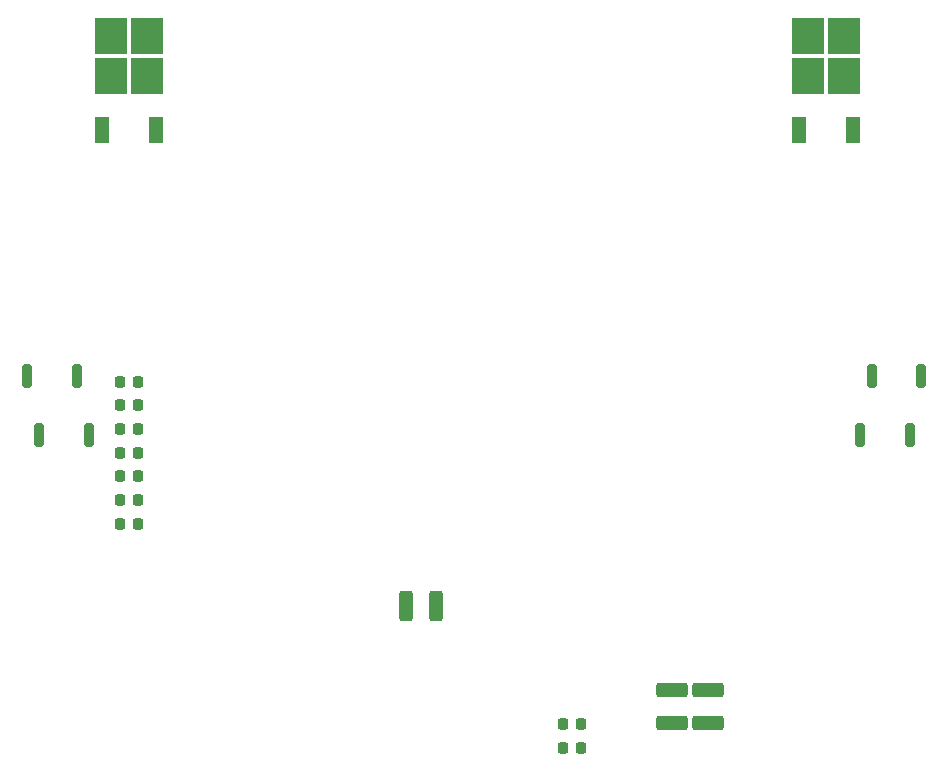
<source format=gbr>
%TF.GenerationSoftware,KiCad,Pcbnew,8.0.6*%
%TF.CreationDate,2024-11-17T22:54:00+09:00*%
%TF.ProjectId,ORION_boost_v5,4f52494f-4e5f-4626-9f6f-73745f76352e,rev?*%
%TF.SameCoordinates,Original*%
%TF.FileFunction,Paste,Top*%
%TF.FilePolarity,Positive*%
%FSLAX46Y46*%
G04 Gerber Fmt 4.6, Leading zero omitted, Abs format (unit mm)*
G04 Created by KiCad (PCBNEW 8.0.6) date 2024-11-17 22:54:00*
%MOMM*%
%LPD*%
G01*
G04 APERTURE LIST*
G04 Aperture macros list*
%AMRoundRect*
0 Rectangle with rounded corners*
0 $1 Rounding radius*
0 $2 $3 $4 $5 $6 $7 $8 $9 X,Y pos of 4 corners*
0 Add a 4 corners polygon primitive as box body*
4,1,4,$2,$3,$4,$5,$6,$7,$8,$9,$2,$3,0*
0 Add four circle primitives for the rounded corners*
1,1,$1+$1,$2,$3*
1,1,$1+$1,$4,$5*
1,1,$1+$1,$6,$7*
1,1,$1+$1,$8,$9*
0 Add four rect primitives between the rounded corners*
20,1,$1+$1,$2,$3,$4,$5,0*
20,1,$1+$1,$4,$5,$6,$7,0*
20,1,$1+$1,$6,$7,$8,$9,0*
20,1,$1+$1,$8,$9,$2,$3,0*%
G04 Aperture macros list end*
%ADD10RoundRect,0.218750X0.218750X0.256250X-0.218750X0.256250X-0.218750X-0.256250X0.218750X-0.256250X0*%
%ADD11RoundRect,0.300000X0.300000X-1.000000X0.300000X1.000000X-0.300000X1.000000X-0.300000X-1.000000X0*%
%ADD12RoundRect,0.218750X-0.218750X-0.256250X0.218750X-0.256250X0.218750X0.256250X-0.218750X0.256250X0*%
%ADD13RoundRect,0.250000X1.075000X-0.375000X1.075000X0.375000X-1.075000X0.375000X-1.075000X-0.375000X0*%
%ADD14RoundRect,0.200000X0.200000X0.800000X-0.200000X0.800000X-0.200000X-0.800000X0.200000X-0.800000X0*%
%ADD15R,2.750000X3.050000*%
%ADD16R,1.200000X2.200000*%
%ADD17RoundRect,0.200000X-0.200000X-0.800000X0.200000X-0.800000X0.200000X0.800000X-0.200000X0.800000X0*%
G04 APERTURE END LIST*
D10*
%TO.C,D1*%
X96287500Y-106000000D03*
X94712500Y-106000000D03*
%TD*%
D11*
%TO.C,J11*%
X119000000Y-113000000D03*
%TD*%
D12*
%TO.C,D18*%
X132212500Y-123000000D03*
X133787500Y-123000000D03*
%TD*%
D10*
%TO.C,D22*%
X133787500Y-125000000D03*
X132212500Y-125000000D03*
%TD*%
%TO.C,D25*%
X96287500Y-96000000D03*
X94712500Y-96000000D03*
%TD*%
D13*
%TO.C,F4*%
X144500000Y-122900000D03*
X144500000Y-120100000D03*
%TD*%
D10*
%TO.C,D26*%
X96287500Y-94000000D03*
X94712500Y-94000000D03*
%TD*%
D13*
%TO.C,F3*%
X141500000Y-122900000D03*
X141500000Y-120100000D03*
%TD*%
D14*
%TO.C,SW3*%
X92100000Y-98500000D03*
X87900000Y-98500000D03*
%TD*%
D15*
%TO.C,D21*%
X152975000Y-68075000D03*
X156025000Y-68075000D03*
X152975000Y-64725000D03*
X156025000Y-64725000D03*
D16*
X152220000Y-72700000D03*
X156780000Y-72700000D03*
%TD*%
D10*
%TO.C,D4*%
X96287500Y-100000000D03*
X94712500Y-100000000D03*
%TD*%
%TO.C,D2*%
X96287500Y-104000000D03*
X94712500Y-104000000D03*
%TD*%
%TO.C,D3*%
X96287500Y-102000000D03*
X94712500Y-102000000D03*
%TD*%
D15*
%TO.C,D20*%
X93975000Y-68075000D03*
X97025000Y-68075000D03*
X93975000Y-64725000D03*
X97025000Y-64725000D03*
D16*
X93220000Y-72700000D03*
X97780000Y-72700000D03*
%TD*%
D10*
%TO.C,D5*%
X96287500Y-98000000D03*
X94712500Y-98000000D03*
%TD*%
D17*
%TO.C,SW4*%
X158400000Y-93500000D03*
X162600000Y-93500000D03*
%TD*%
D11*
%TO.C,J10*%
X121500000Y-113000000D03*
%TD*%
D14*
%TO.C,SW2*%
X91100000Y-93500000D03*
X86900000Y-93500000D03*
%TD*%
D17*
%TO.C,SW1*%
X157400000Y-98500000D03*
X161600000Y-98500000D03*
%TD*%
M02*

</source>
